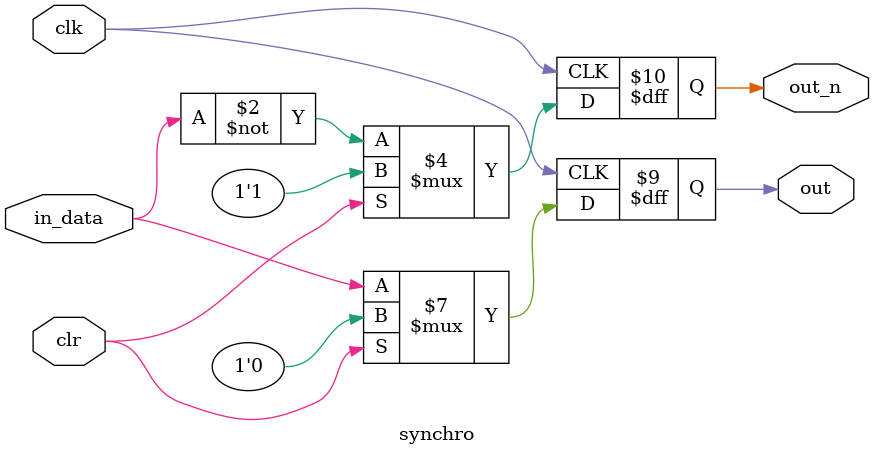
<source format=v>
module synchro(clk, clr, in_data, out, out_n);
	input clk, clr, in_data;
	output reg out, out_n;
	
	always @(posedge clk)
		if(clr)
		begin
			out <= 0;
			out_n <= 1;
		end
		else
		begin
			out <= in_data;
			out_n <= ~in_data;
		end
endmodule

</source>
